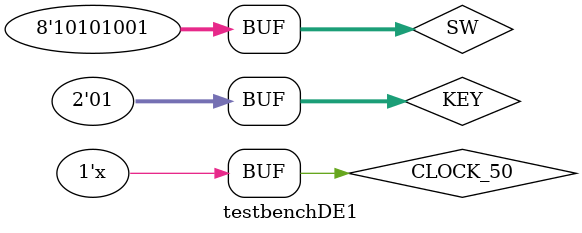
<source format=v>

`timescale 1ns / 1ps

module testbenchDE1 ( );

	parameter CLOCK_PERIOD = 10;

    reg [7:0] SW;
    reg CLOCK_50;
    reg [1:0] KEY;

	wire LEDR;
	initial begin
        CLOCK_50 <= 1'b0;
	end // initial
	always @ (*)
	begin : Clock_Generator
		#((CLOCK_PERIOD) / 2) CLOCK_50 <= ~CLOCK_50;
	end
	
	initial begin
	KEY[1] = 1'b0;
 	#10 KEY[0] = 1'b0;
	SW = 8'b10101001;
	#100 KEY[0] = 1'b1;
	#50 KEY[1] = 1'b1;
	#200 KEY[1] = 1'b0;
	end // initial



	DE1soc DE1 (SW, LEDR, KEY, CLOCK_50);

endmodule
</source>
